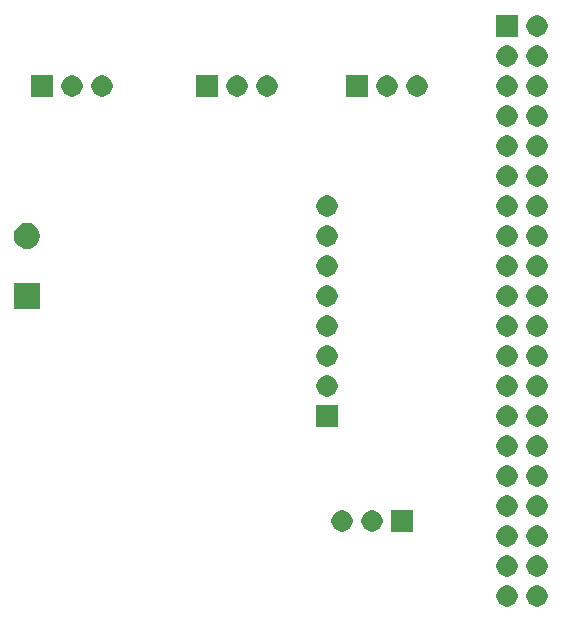
<source format=gbr>
G04 #@! TF.GenerationSoftware,KiCad,Pcbnew,(5.1.5)-3*
G04 #@! TF.CreationDate,2020-03-16T13:29:13+00:00*
G04 #@! TF.ProjectId,pcb schem,70636220-7363-4686-956d-2e6b69636164,rev?*
G04 #@! TF.SameCoordinates,Original*
G04 #@! TF.FileFunction,Soldermask,Bot*
G04 #@! TF.FilePolarity,Negative*
%FSLAX46Y46*%
G04 Gerber Fmt 4.6, Leading zero omitted, Abs format (unit mm)*
G04 Created by KiCad (PCBNEW (5.1.5)-3) date 2020-03-16 13:29:13*
%MOMM*%
%LPD*%
G04 APERTURE LIST*
%ADD10C,0.100000*%
G04 APERTURE END LIST*
D10*
G36*
X153783512Y-115943927D02*
G01*
X153932812Y-115973624D01*
X154096784Y-116041544D01*
X154244354Y-116140147D01*
X154369853Y-116265646D01*
X154468456Y-116413216D01*
X154536376Y-116577188D01*
X154571000Y-116751259D01*
X154571000Y-116928741D01*
X154536376Y-117102812D01*
X154468456Y-117266784D01*
X154369853Y-117414354D01*
X154244354Y-117539853D01*
X154096784Y-117638456D01*
X153932812Y-117706376D01*
X153783512Y-117736073D01*
X153758742Y-117741000D01*
X153581258Y-117741000D01*
X153556488Y-117736073D01*
X153407188Y-117706376D01*
X153243216Y-117638456D01*
X153095646Y-117539853D01*
X152970147Y-117414354D01*
X152871544Y-117266784D01*
X152803624Y-117102812D01*
X152769000Y-116928741D01*
X152769000Y-116751259D01*
X152803624Y-116577188D01*
X152871544Y-116413216D01*
X152970147Y-116265646D01*
X153095646Y-116140147D01*
X153243216Y-116041544D01*
X153407188Y-115973624D01*
X153556488Y-115943927D01*
X153581258Y-115939000D01*
X153758742Y-115939000D01*
X153783512Y-115943927D01*
G37*
G36*
X151243512Y-115943927D02*
G01*
X151392812Y-115973624D01*
X151556784Y-116041544D01*
X151704354Y-116140147D01*
X151829853Y-116265646D01*
X151928456Y-116413216D01*
X151996376Y-116577188D01*
X152031000Y-116751259D01*
X152031000Y-116928741D01*
X151996376Y-117102812D01*
X151928456Y-117266784D01*
X151829853Y-117414354D01*
X151704354Y-117539853D01*
X151556784Y-117638456D01*
X151392812Y-117706376D01*
X151243512Y-117736073D01*
X151218742Y-117741000D01*
X151041258Y-117741000D01*
X151016488Y-117736073D01*
X150867188Y-117706376D01*
X150703216Y-117638456D01*
X150555646Y-117539853D01*
X150430147Y-117414354D01*
X150331544Y-117266784D01*
X150263624Y-117102812D01*
X150229000Y-116928741D01*
X150229000Y-116751259D01*
X150263624Y-116577188D01*
X150331544Y-116413216D01*
X150430147Y-116265646D01*
X150555646Y-116140147D01*
X150703216Y-116041544D01*
X150867188Y-115973624D01*
X151016488Y-115943927D01*
X151041258Y-115939000D01*
X151218742Y-115939000D01*
X151243512Y-115943927D01*
G37*
G36*
X153783512Y-113403927D02*
G01*
X153932812Y-113433624D01*
X154096784Y-113501544D01*
X154244354Y-113600147D01*
X154369853Y-113725646D01*
X154468456Y-113873216D01*
X154536376Y-114037188D01*
X154571000Y-114211259D01*
X154571000Y-114388741D01*
X154536376Y-114562812D01*
X154468456Y-114726784D01*
X154369853Y-114874354D01*
X154244354Y-114999853D01*
X154096784Y-115098456D01*
X153932812Y-115166376D01*
X153783512Y-115196073D01*
X153758742Y-115201000D01*
X153581258Y-115201000D01*
X153556488Y-115196073D01*
X153407188Y-115166376D01*
X153243216Y-115098456D01*
X153095646Y-114999853D01*
X152970147Y-114874354D01*
X152871544Y-114726784D01*
X152803624Y-114562812D01*
X152769000Y-114388741D01*
X152769000Y-114211259D01*
X152803624Y-114037188D01*
X152871544Y-113873216D01*
X152970147Y-113725646D01*
X153095646Y-113600147D01*
X153243216Y-113501544D01*
X153407188Y-113433624D01*
X153556488Y-113403927D01*
X153581258Y-113399000D01*
X153758742Y-113399000D01*
X153783512Y-113403927D01*
G37*
G36*
X151243512Y-113403927D02*
G01*
X151392812Y-113433624D01*
X151556784Y-113501544D01*
X151704354Y-113600147D01*
X151829853Y-113725646D01*
X151928456Y-113873216D01*
X151996376Y-114037188D01*
X152031000Y-114211259D01*
X152031000Y-114388741D01*
X151996376Y-114562812D01*
X151928456Y-114726784D01*
X151829853Y-114874354D01*
X151704354Y-114999853D01*
X151556784Y-115098456D01*
X151392812Y-115166376D01*
X151243512Y-115196073D01*
X151218742Y-115201000D01*
X151041258Y-115201000D01*
X151016488Y-115196073D01*
X150867188Y-115166376D01*
X150703216Y-115098456D01*
X150555646Y-114999853D01*
X150430147Y-114874354D01*
X150331544Y-114726784D01*
X150263624Y-114562812D01*
X150229000Y-114388741D01*
X150229000Y-114211259D01*
X150263624Y-114037188D01*
X150331544Y-113873216D01*
X150430147Y-113725646D01*
X150555646Y-113600147D01*
X150703216Y-113501544D01*
X150867188Y-113433624D01*
X151016488Y-113403927D01*
X151041258Y-113399000D01*
X151218742Y-113399000D01*
X151243512Y-113403927D01*
G37*
G36*
X153783512Y-110863927D02*
G01*
X153932812Y-110893624D01*
X154096784Y-110961544D01*
X154244354Y-111060147D01*
X154369853Y-111185646D01*
X154468456Y-111333216D01*
X154536376Y-111497188D01*
X154571000Y-111671259D01*
X154571000Y-111848741D01*
X154536376Y-112022812D01*
X154468456Y-112186784D01*
X154369853Y-112334354D01*
X154244354Y-112459853D01*
X154096784Y-112558456D01*
X153932812Y-112626376D01*
X153783512Y-112656073D01*
X153758742Y-112661000D01*
X153581258Y-112661000D01*
X153556488Y-112656073D01*
X153407188Y-112626376D01*
X153243216Y-112558456D01*
X153095646Y-112459853D01*
X152970147Y-112334354D01*
X152871544Y-112186784D01*
X152803624Y-112022812D01*
X152769000Y-111848741D01*
X152769000Y-111671259D01*
X152803624Y-111497188D01*
X152871544Y-111333216D01*
X152970147Y-111185646D01*
X153095646Y-111060147D01*
X153243216Y-110961544D01*
X153407188Y-110893624D01*
X153556488Y-110863927D01*
X153581258Y-110859000D01*
X153758742Y-110859000D01*
X153783512Y-110863927D01*
G37*
G36*
X151243512Y-110863927D02*
G01*
X151392812Y-110893624D01*
X151556784Y-110961544D01*
X151704354Y-111060147D01*
X151829853Y-111185646D01*
X151928456Y-111333216D01*
X151996376Y-111497188D01*
X152031000Y-111671259D01*
X152031000Y-111848741D01*
X151996376Y-112022812D01*
X151928456Y-112186784D01*
X151829853Y-112334354D01*
X151704354Y-112459853D01*
X151556784Y-112558456D01*
X151392812Y-112626376D01*
X151243512Y-112656073D01*
X151218742Y-112661000D01*
X151041258Y-112661000D01*
X151016488Y-112656073D01*
X150867188Y-112626376D01*
X150703216Y-112558456D01*
X150555646Y-112459853D01*
X150430147Y-112334354D01*
X150331544Y-112186784D01*
X150263624Y-112022812D01*
X150229000Y-111848741D01*
X150229000Y-111671259D01*
X150263624Y-111497188D01*
X150331544Y-111333216D01*
X150430147Y-111185646D01*
X150555646Y-111060147D01*
X150703216Y-110961544D01*
X150867188Y-110893624D01*
X151016488Y-110863927D01*
X151041258Y-110859000D01*
X151218742Y-110859000D01*
X151243512Y-110863927D01*
G37*
G36*
X137273512Y-109593927D02*
G01*
X137422812Y-109623624D01*
X137586784Y-109691544D01*
X137734354Y-109790147D01*
X137859853Y-109915646D01*
X137958456Y-110063216D01*
X138026376Y-110227188D01*
X138061000Y-110401259D01*
X138061000Y-110578741D01*
X138026376Y-110752812D01*
X137958456Y-110916784D01*
X137859853Y-111064354D01*
X137734354Y-111189853D01*
X137586784Y-111288456D01*
X137422812Y-111356376D01*
X137273512Y-111386073D01*
X137248742Y-111391000D01*
X137071258Y-111391000D01*
X137046488Y-111386073D01*
X136897188Y-111356376D01*
X136733216Y-111288456D01*
X136585646Y-111189853D01*
X136460147Y-111064354D01*
X136361544Y-110916784D01*
X136293624Y-110752812D01*
X136259000Y-110578741D01*
X136259000Y-110401259D01*
X136293624Y-110227188D01*
X136361544Y-110063216D01*
X136460147Y-109915646D01*
X136585646Y-109790147D01*
X136733216Y-109691544D01*
X136897188Y-109623624D01*
X137046488Y-109593927D01*
X137071258Y-109589000D01*
X137248742Y-109589000D01*
X137273512Y-109593927D01*
G37*
G36*
X139813512Y-109593927D02*
G01*
X139962812Y-109623624D01*
X140126784Y-109691544D01*
X140274354Y-109790147D01*
X140399853Y-109915646D01*
X140498456Y-110063216D01*
X140566376Y-110227188D01*
X140601000Y-110401259D01*
X140601000Y-110578741D01*
X140566376Y-110752812D01*
X140498456Y-110916784D01*
X140399853Y-111064354D01*
X140274354Y-111189853D01*
X140126784Y-111288456D01*
X139962812Y-111356376D01*
X139813512Y-111386073D01*
X139788742Y-111391000D01*
X139611258Y-111391000D01*
X139586488Y-111386073D01*
X139437188Y-111356376D01*
X139273216Y-111288456D01*
X139125646Y-111189853D01*
X139000147Y-111064354D01*
X138901544Y-110916784D01*
X138833624Y-110752812D01*
X138799000Y-110578741D01*
X138799000Y-110401259D01*
X138833624Y-110227188D01*
X138901544Y-110063216D01*
X139000147Y-109915646D01*
X139125646Y-109790147D01*
X139273216Y-109691544D01*
X139437188Y-109623624D01*
X139586488Y-109593927D01*
X139611258Y-109589000D01*
X139788742Y-109589000D01*
X139813512Y-109593927D01*
G37*
G36*
X143141000Y-111391000D02*
G01*
X141339000Y-111391000D01*
X141339000Y-109589000D01*
X143141000Y-109589000D01*
X143141000Y-111391000D01*
G37*
G36*
X151243512Y-108323927D02*
G01*
X151392812Y-108353624D01*
X151556784Y-108421544D01*
X151704354Y-108520147D01*
X151829853Y-108645646D01*
X151928456Y-108793216D01*
X151996376Y-108957188D01*
X152031000Y-109131259D01*
X152031000Y-109308741D01*
X151996376Y-109482812D01*
X151928456Y-109646784D01*
X151829853Y-109794354D01*
X151704354Y-109919853D01*
X151556784Y-110018456D01*
X151392812Y-110086376D01*
X151243512Y-110116073D01*
X151218742Y-110121000D01*
X151041258Y-110121000D01*
X151016488Y-110116073D01*
X150867188Y-110086376D01*
X150703216Y-110018456D01*
X150555646Y-109919853D01*
X150430147Y-109794354D01*
X150331544Y-109646784D01*
X150263624Y-109482812D01*
X150229000Y-109308741D01*
X150229000Y-109131259D01*
X150263624Y-108957188D01*
X150331544Y-108793216D01*
X150430147Y-108645646D01*
X150555646Y-108520147D01*
X150703216Y-108421544D01*
X150867188Y-108353624D01*
X151016488Y-108323927D01*
X151041258Y-108319000D01*
X151218742Y-108319000D01*
X151243512Y-108323927D01*
G37*
G36*
X153783512Y-108323927D02*
G01*
X153932812Y-108353624D01*
X154096784Y-108421544D01*
X154244354Y-108520147D01*
X154369853Y-108645646D01*
X154468456Y-108793216D01*
X154536376Y-108957188D01*
X154571000Y-109131259D01*
X154571000Y-109308741D01*
X154536376Y-109482812D01*
X154468456Y-109646784D01*
X154369853Y-109794354D01*
X154244354Y-109919853D01*
X154096784Y-110018456D01*
X153932812Y-110086376D01*
X153783512Y-110116073D01*
X153758742Y-110121000D01*
X153581258Y-110121000D01*
X153556488Y-110116073D01*
X153407188Y-110086376D01*
X153243216Y-110018456D01*
X153095646Y-109919853D01*
X152970147Y-109794354D01*
X152871544Y-109646784D01*
X152803624Y-109482812D01*
X152769000Y-109308741D01*
X152769000Y-109131259D01*
X152803624Y-108957188D01*
X152871544Y-108793216D01*
X152970147Y-108645646D01*
X153095646Y-108520147D01*
X153243216Y-108421544D01*
X153407188Y-108353624D01*
X153556488Y-108323927D01*
X153581258Y-108319000D01*
X153758742Y-108319000D01*
X153783512Y-108323927D01*
G37*
G36*
X153783512Y-105783927D02*
G01*
X153932812Y-105813624D01*
X154096784Y-105881544D01*
X154244354Y-105980147D01*
X154369853Y-106105646D01*
X154468456Y-106253216D01*
X154536376Y-106417188D01*
X154571000Y-106591259D01*
X154571000Y-106768741D01*
X154536376Y-106942812D01*
X154468456Y-107106784D01*
X154369853Y-107254354D01*
X154244354Y-107379853D01*
X154096784Y-107478456D01*
X153932812Y-107546376D01*
X153783512Y-107576073D01*
X153758742Y-107581000D01*
X153581258Y-107581000D01*
X153556488Y-107576073D01*
X153407188Y-107546376D01*
X153243216Y-107478456D01*
X153095646Y-107379853D01*
X152970147Y-107254354D01*
X152871544Y-107106784D01*
X152803624Y-106942812D01*
X152769000Y-106768741D01*
X152769000Y-106591259D01*
X152803624Y-106417188D01*
X152871544Y-106253216D01*
X152970147Y-106105646D01*
X153095646Y-105980147D01*
X153243216Y-105881544D01*
X153407188Y-105813624D01*
X153556488Y-105783927D01*
X153581258Y-105779000D01*
X153758742Y-105779000D01*
X153783512Y-105783927D01*
G37*
G36*
X151243512Y-105783927D02*
G01*
X151392812Y-105813624D01*
X151556784Y-105881544D01*
X151704354Y-105980147D01*
X151829853Y-106105646D01*
X151928456Y-106253216D01*
X151996376Y-106417188D01*
X152031000Y-106591259D01*
X152031000Y-106768741D01*
X151996376Y-106942812D01*
X151928456Y-107106784D01*
X151829853Y-107254354D01*
X151704354Y-107379853D01*
X151556784Y-107478456D01*
X151392812Y-107546376D01*
X151243512Y-107576073D01*
X151218742Y-107581000D01*
X151041258Y-107581000D01*
X151016488Y-107576073D01*
X150867188Y-107546376D01*
X150703216Y-107478456D01*
X150555646Y-107379853D01*
X150430147Y-107254354D01*
X150331544Y-107106784D01*
X150263624Y-106942812D01*
X150229000Y-106768741D01*
X150229000Y-106591259D01*
X150263624Y-106417188D01*
X150331544Y-106253216D01*
X150430147Y-106105646D01*
X150555646Y-105980147D01*
X150703216Y-105881544D01*
X150867188Y-105813624D01*
X151016488Y-105783927D01*
X151041258Y-105779000D01*
X151218742Y-105779000D01*
X151243512Y-105783927D01*
G37*
G36*
X153783512Y-103243927D02*
G01*
X153932812Y-103273624D01*
X154096784Y-103341544D01*
X154244354Y-103440147D01*
X154369853Y-103565646D01*
X154468456Y-103713216D01*
X154536376Y-103877188D01*
X154571000Y-104051259D01*
X154571000Y-104228741D01*
X154536376Y-104402812D01*
X154468456Y-104566784D01*
X154369853Y-104714354D01*
X154244354Y-104839853D01*
X154096784Y-104938456D01*
X153932812Y-105006376D01*
X153783512Y-105036073D01*
X153758742Y-105041000D01*
X153581258Y-105041000D01*
X153556488Y-105036073D01*
X153407188Y-105006376D01*
X153243216Y-104938456D01*
X153095646Y-104839853D01*
X152970147Y-104714354D01*
X152871544Y-104566784D01*
X152803624Y-104402812D01*
X152769000Y-104228741D01*
X152769000Y-104051259D01*
X152803624Y-103877188D01*
X152871544Y-103713216D01*
X152970147Y-103565646D01*
X153095646Y-103440147D01*
X153243216Y-103341544D01*
X153407188Y-103273624D01*
X153556488Y-103243927D01*
X153581258Y-103239000D01*
X153758742Y-103239000D01*
X153783512Y-103243927D01*
G37*
G36*
X151243512Y-103243927D02*
G01*
X151392812Y-103273624D01*
X151556784Y-103341544D01*
X151704354Y-103440147D01*
X151829853Y-103565646D01*
X151928456Y-103713216D01*
X151996376Y-103877188D01*
X152031000Y-104051259D01*
X152031000Y-104228741D01*
X151996376Y-104402812D01*
X151928456Y-104566784D01*
X151829853Y-104714354D01*
X151704354Y-104839853D01*
X151556784Y-104938456D01*
X151392812Y-105006376D01*
X151243512Y-105036073D01*
X151218742Y-105041000D01*
X151041258Y-105041000D01*
X151016488Y-105036073D01*
X150867188Y-105006376D01*
X150703216Y-104938456D01*
X150555646Y-104839853D01*
X150430147Y-104714354D01*
X150331544Y-104566784D01*
X150263624Y-104402812D01*
X150229000Y-104228741D01*
X150229000Y-104051259D01*
X150263624Y-103877188D01*
X150331544Y-103713216D01*
X150430147Y-103565646D01*
X150555646Y-103440147D01*
X150703216Y-103341544D01*
X150867188Y-103273624D01*
X151016488Y-103243927D01*
X151041258Y-103239000D01*
X151218742Y-103239000D01*
X151243512Y-103243927D01*
G37*
G36*
X153783512Y-100703927D02*
G01*
X153932812Y-100733624D01*
X154096784Y-100801544D01*
X154244354Y-100900147D01*
X154369853Y-101025646D01*
X154468456Y-101173216D01*
X154536376Y-101337188D01*
X154571000Y-101511259D01*
X154571000Y-101688741D01*
X154536376Y-101862812D01*
X154468456Y-102026784D01*
X154369853Y-102174354D01*
X154244354Y-102299853D01*
X154096784Y-102398456D01*
X153932812Y-102466376D01*
X153783512Y-102496073D01*
X153758742Y-102501000D01*
X153581258Y-102501000D01*
X153556488Y-102496073D01*
X153407188Y-102466376D01*
X153243216Y-102398456D01*
X153095646Y-102299853D01*
X152970147Y-102174354D01*
X152871544Y-102026784D01*
X152803624Y-101862812D01*
X152769000Y-101688741D01*
X152769000Y-101511259D01*
X152803624Y-101337188D01*
X152871544Y-101173216D01*
X152970147Y-101025646D01*
X153095646Y-100900147D01*
X153243216Y-100801544D01*
X153407188Y-100733624D01*
X153556488Y-100703927D01*
X153581258Y-100699000D01*
X153758742Y-100699000D01*
X153783512Y-100703927D01*
G37*
G36*
X151243512Y-100703927D02*
G01*
X151392812Y-100733624D01*
X151556784Y-100801544D01*
X151704354Y-100900147D01*
X151829853Y-101025646D01*
X151928456Y-101173216D01*
X151996376Y-101337188D01*
X152031000Y-101511259D01*
X152031000Y-101688741D01*
X151996376Y-101862812D01*
X151928456Y-102026784D01*
X151829853Y-102174354D01*
X151704354Y-102299853D01*
X151556784Y-102398456D01*
X151392812Y-102466376D01*
X151243512Y-102496073D01*
X151218742Y-102501000D01*
X151041258Y-102501000D01*
X151016488Y-102496073D01*
X150867188Y-102466376D01*
X150703216Y-102398456D01*
X150555646Y-102299853D01*
X150430147Y-102174354D01*
X150331544Y-102026784D01*
X150263624Y-101862812D01*
X150229000Y-101688741D01*
X150229000Y-101511259D01*
X150263624Y-101337188D01*
X150331544Y-101173216D01*
X150430147Y-101025646D01*
X150555646Y-100900147D01*
X150703216Y-100801544D01*
X150867188Y-100733624D01*
X151016488Y-100703927D01*
X151041258Y-100699000D01*
X151218742Y-100699000D01*
X151243512Y-100703927D01*
G37*
G36*
X136791000Y-102501000D02*
G01*
X134989000Y-102501000D01*
X134989000Y-100699000D01*
X136791000Y-100699000D01*
X136791000Y-102501000D01*
G37*
G36*
X153783512Y-98163927D02*
G01*
X153932812Y-98193624D01*
X154096784Y-98261544D01*
X154244354Y-98360147D01*
X154369853Y-98485646D01*
X154468456Y-98633216D01*
X154536376Y-98797188D01*
X154571000Y-98971259D01*
X154571000Y-99148741D01*
X154536376Y-99322812D01*
X154468456Y-99486784D01*
X154369853Y-99634354D01*
X154244354Y-99759853D01*
X154096784Y-99858456D01*
X153932812Y-99926376D01*
X153783512Y-99956073D01*
X153758742Y-99961000D01*
X153581258Y-99961000D01*
X153556488Y-99956073D01*
X153407188Y-99926376D01*
X153243216Y-99858456D01*
X153095646Y-99759853D01*
X152970147Y-99634354D01*
X152871544Y-99486784D01*
X152803624Y-99322812D01*
X152769000Y-99148741D01*
X152769000Y-98971259D01*
X152803624Y-98797188D01*
X152871544Y-98633216D01*
X152970147Y-98485646D01*
X153095646Y-98360147D01*
X153243216Y-98261544D01*
X153407188Y-98193624D01*
X153556488Y-98163927D01*
X153581258Y-98159000D01*
X153758742Y-98159000D01*
X153783512Y-98163927D01*
G37*
G36*
X136003512Y-98163927D02*
G01*
X136152812Y-98193624D01*
X136316784Y-98261544D01*
X136464354Y-98360147D01*
X136589853Y-98485646D01*
X136688456Y-98633216D01*
X136756376Y-98797188D01*
X136791000Y-98971259D01*
X136791000Y-99148741D01*
X136756376Y-99322812D01*
X136688456Y-99486784D01*
X136589853Y-99634354D01*
X136464354Y-99759853D01*
X136316784Y-99858456D01*
X136152812Y-99926376D01*
X136003512Y-99956073D01*
X135978742Y-99961000D01*
X135801258Y-99961000D01*
X135776488Y-99956073D01*
X135627188Y-99926376D01*
X135463216Y-99858456D01*
X135315646Y-99759853D01*
X135190147Y-99634354D01*
X135091544Y-99486784D01*
X135023624Y-99322812D01*
X134989000Y-99148741D01*
X134989000Y-98971259D01*
X135023624Y-98797188D01*
X135091544Y-98633216D01*
X135190147Y-98485646D01*
X135315646Y-98360147D01*
X135463216Y-98261544D01*
X135627188Y-98193624D01*
X135776488Y-98163927D01*
X135801258Y-98159000D01*
X135978742Y-98159000D01*
X136003512Y-98163927D01*
G37*
G36*
X151243512Y-98163927D02*
G01*
X151392812Y-98193624D01*
X151556784Y-98261544D01*
X151704354Y-98360147D01*
X151829853Y-98485646D01*
X151928456Y-98633216D01*
X151996376Y-98797188D01*
X152031000Y-98971259D01*
X152031000Y-99148741D01*
X151996376Y-99322812D01*
X151928456Y-99486784D01*
X151829853Y-99634354D01*
X151704354Y-99759853D01*
X151556784Y-99858456D01*
X151392812Y-99926376D01*
X151243512Y-99956073D01*
X151218742Y-99961000D01*
X151041258Y-99961000D01*
X151016488Y-99956073D01*
X150867188Y-99926376D01*
X150703216Y-99858456D01*
X150555646Y-99759853D01*
X150430147Y-99634354D01*
X150331544Y-99486784D01*
X150263624Y-99322812D01*
X150229000Y-99148741D01*
X150229000Y-98971259D01*
X150263624Y-98797188D01*
X150331544Y-98633216D01*
X150430147Y-98485646D01*
X150555646Y-98360147D01*
X150703216Y-98261544D01*
X150867188Y-98193624D01*
X151016488Y-98163927D01*
X151041258Y-98159000D01*
X151218742Y-98159000D01*
X151243512Y-98163927D01*
G37*
G36*
X136003512Y-95623927D02*
G01*
X136152812Y-95653624D01*
X136316784Y-95721544D01*
X136464354Y-95820147D01*
X136589853Y-95945646D01*
X136688456Y-96093216D01*
X136756376Y-96257188D01*
X136791000Y-96431259D01*
X136791000Y-96608741D01*
X136756376Y-96782812D01*
X136688456Y-96946784D01*
X136589853Y-97094354D01*
X136464354Y-97219853D01*
X136316784Y-97318456D01*
X136152812Y-97386376D01*
X136003512Y-97416073D01*
X135978742Y-97421000D01*
X135801258Y-97421000D01*
X135776488Y-97416073D01*
X135627188Y-97386376D01*
X135463216Y-97318456D01*
X135315646Y-97219853D01*
X135190147Y-97094354D01*
X135091544Y-96946784D01*
X135023624Y-96782812D01*
X134989000Y-96608741D01*
X134989000Y-96431259D01*
X135023624Y-96257188D01*
X135091544Y-96093216D01*
X135190147Y-95945646D01*
X135315646Y-95820147D01*
X135463216Y-95721544D01*
X135627188Y-95653624D01*
X135776488Y-95623927D01*
X135801258Y-95619000D01*
X135978742Y-95619000D01*
X136003512Y-95623927D01*
G37*
G36*
X151243512Y-95623927D02*
G01*
X151392812Y-95653624D01*
X151556784Y-95721544D01*
X151704354Y-95820147D01*
X151829853Y-95945646D01*
X151928456Y-96093216D01*
X151996376Y-96257188D01*
X152031000Y-96431259D01*
X152031000Y-96608741D01*
X151996376Y-96782812D01*
X151928456Y-96946784D01*
X151829853Y-97094354D01*
X151704354Y-97219853D01*
X151556784Y-97318456D01*
X151392812Y-97386376D01*
X151243512Y-97416073D01*
X151218742Y-97421000D01*
X151041258Y-97421000D01*
X151016488Y-97416073D01*
X150867188Y-97386376D01*
X150703216Y-97318456D01*
X150555646Y-97219853D01*
X150430147Y-97094354D01*
X150331544Y-96946784D01*
X150263624Y-96782812D01*
X150229000Y-96608741D01*
X150229000Y-96431259D01*
X150263624Y-96257188D01*
X150331544Y-96093216D01*
X150430147Y-95945646D01*
X150555646Y-95820147D01*
X150703216Y-95721544D01*
X150867188Y-95653624D01*
X151016488Y-95623927D01*
X151041258Y-95619000D01*
X151218742Y-95619000D01*
X151243512Y-95623927D01*
G37*
G36*
X153783512Y-95623927D02*
G01*
X153932812Y-95653624D01*
X154096784Y-95721544D01*
X154244354Y-95820147D01*
X154369853Y-95945646D01*
X154468456Y-96093216D01*
X154536376Y-96257188D01*
X154571000Y-96431259D01*
X154571000Y-96608741D01*
X154536376Y-96782812D01*
X154468456Y-96946784D01*
X154369853Y-97094354D01*
X154244354Y-97219853D01*
X154096784Y-97318456D01*
X153932812Y-97386376D01*
X153783512Y-97416073D01*
X153758742Y-97421000D01*
X153581258Y-97421000D01*
X153556488Y-97416073D01*
X153407188Y-97386376D01*
X153243216Y-97318456D01*
X153095646Y-97219853D01*
X152970147Y-97094354D01*
X152871544Y-96946784D01*
X152803624Y-96782812D01*
X152769000Y-96608741D01*
X152769000Y-96431259D01*
X152803624Y-96257188D01*
X152871544Y-96093216D01*
X152970147Y-95945646D01*
X153095646Y-95820147D01*
X153243216Y-95721544D01*
X153407188Y-95653624D01*
X153556488Y-95623927D01*
X153581258Y-95619000D01*
X153758742Y-95619000D01*
X153783512Y-95623927D01*
G37*
G36*
X151243512Y-93083927D02*
G01*
X151392812Y-93113624D01*
X151556784Y-93181544D01*
X151704354Y-93280147D01*
X151829853Y-93405646D01*
X151928456Y-93553216D01*
X151996376Y-93717188D01*
X152031000Y-93891259D01*
X152031000Y-94068741D01*
X151996376Y-94242812D01*
X151928456Y-94406784D01*
X151829853Y-94554354D01*
X151704354Y-94679853D01*
X151556784Y-94778456D01*
X151392812Y-94846376D01*
X151243512Y-94876073D01*
X151218742Y-94881000D01*
X151041258Y-94881000D01*
X151016488Y-94876073D01*
X150867188Y-94846376D01*
X150703216Y-94778456D01*
X150555646Y-94679853D01*
X150430147Y-94554354D01*
X150331544Y-94406784D01*
X150263624Y-94242812D01*
X150229000Y-94068741D01*
X150229000Y-93891259D01*
X150263624Y-93717188D01*
X150331544Y-93553216D01*
X150430147Y-93405646D01*
X150555646Y-93280147D01*
X150703216Y-93181544D01*
X150867188Y-93113624D01*
X151016488Y-93083927D01*
X151041258Y-93079000D01*
X151218742Y-93079000D01*
X151243512Y-93083927D01*
G37*
G36*
X153783512Y-93083927D02*
G01*
X153932812Y-93113624D01*
X154096784Y-93181544D01*
X154244354Y-93280147D01*
X154369853Y-93405646D01*
X154468456Y-93553216D01*
X154536376Y-93717188D01*
X154571000Y-93891259D01*
X154571000Y-94068741D01*
X154536376Y-94242812D01*
X154468456Y-94406784D01*
X154369853Y-94554354D01*
X154244354Y-94679853D01*
X154096784Y-94778456D01*
X153932812Y-94846376D01*
X153783512Y-94876073D01*
X153758742Y-94881000D01*
X153581258Y-94881000D01*
X153556488Y-94876073D01*
X153407188Y-94846376D01*
X153243216Y-94778456D01*
X153095646Y-94679853D01*
X152970147Y-94554354D01*
X152871544Y-94406784D01*
X152803624Y-94242812D01*
X152769000Y-94068741D01*
X152769000Y-93891259D01*
X152803624Y-93717188D01*
X152871544Y-93553216D01*
X152970147Y-93405646D01*
X153095646Y-93280147D01*
X153243216Y-93181544D01*
X153407188Y-93113624D01*
X153556488Y-93083927D01*
X153581258Y-93079000D01*
X153758742Y-93079000D01*
X153783512Y-93083927D01*
G37*
G36*
X136003512Y-93083927D02*
G01*
X136152812Y-93113624D01*
X136316784Y-93181544D01*
X136464354Y-93280147D01*
X136589853Y-93405646D01*
X136688456Y-93553216D01*
X136756376Y-93717188D01*
X136791000Y-93891259D01*
X136791000Y-94068741D01*
X136756376Y-94242812D01*
X136688456Y-94406784D01*
X136589853Y-94554354D01*
X136464354Y-94679853D01*
X136316784Y-94778456D01*
X136152812Y-94846376D01*
X136003512Y-94876073D01*
X135978742Y-94881000D01*
X135801258Y-94881000D01*
X135776488Y-94876073D01*
X135627188Y-94846376D01*
X135463216Y-94778456D01*
X135315646Y-94679853D01*
X135190147Y-94554354D01*
X135091544Y-94406784D01*
X135023624Y-94242812D01*
X134989000Y-94068741D01*
X134989000Y-93891259D01*
X135023624Y-93717188D01*
X135091544Y-93553216D01*
X135190147Y-93405646D01*
X135315646Y-93280147D01*
X135463216Y-93181544D01*
X135627188Y-93113624D01*
X135776488Y-93083927D01*
X135801258Y-93079000D01*
X135978742Y-93079000D01*
X136003512Y-93083927D01*
G37*
G36*
X111591000Y-92541000D02*
G01*
X109389000Y-92541000D01*
X109389000Y-90339000D01*
X111591000Y-90339000D01*
X111591000Y-92541000D01*
G37*
G36*
X153783512Y-90543927D02*
G01*
X153932812Y-90573624D01*
X154096784Y-90641544D01*
X154244354Y-90740147D01*
X154369853Y-90865646D01*
X154468456Y-91013216D01*
X154536376Y-91177188D01*
X154571000Y-91351259D01*
X154571000Y-91528741D01*
X154536376Y-91702812D01*
X154468456Y-91866784D01*
X154369853Y-92014354D01*
X154244354Y-92139853D01*
X154096784Y-92238456D01*
X153932812Y-92306376D01*
X153783512Y-92336073D01*
X153758742Y-92341000D01*
X153581258Y-92341000D01*
X153556488Y-92336073D01*
X153407188Y-92306376D01*
X153243216Y-92238456D01*
X153095646Y-92139853D01*
X152970147Y-92014354D01*
X152871544Y-91866784D01*
X152803624Y-91702812D01*
X152769000Y-91528741D01*
X152769000Y-91351259D01*
X152803624Y-91177188D01*
X152871544Y-91013216D01*
X152970147Y-90865646D01*
X153095646Y-90740147D01*
X153243216Y-90641544D01*
X153407188Y-90573624D01*
X153556488Y-90543927D01*
X153581258Y-90539000D01*
X153758742Y-90539000D01*
X153783512Y-90543927D01*
G37*
G36*
X151243512Y-90543927D02*
G01*
X151392812Y-90573624D01*
X151556784Y-90641544D01*
X151704354Y-90740147D01*
X151829853Y-90865646D01*
X151928456Y-91013216D01*
X151996376Y-91177188D01*
X152031000Y-91351259D01*
X152031000Y-91528741D01*
X151996376Y-91702812D01*
X151928456Y-91866784D01*
X151829853Y-92014354D01*
X151704354Y-92139853D01*
X151556784Y-92238456D01*
X151392812Y-92306376D01*
X151243512Y-92336073D01*
X151218742Y-92341000D01*
X151041258Y-92341000D01*
X151016488Y-92336073D01*
X150867188Y-92306376D01*
X150703216Y-92238456D01*
X150555646Y-92139853D01*
X150430147Y-92014354D01*
X150331544Y-91866784D01*
X150263624Y-91702812D01*
X150229000Y-91528741D01*
X150229000Y-91351259D01*
X150263624Y-91177188D01*
X150331544Y-91013216D01*
X150430147Y-90865646D01*
X150555646Y-90740147D01*
X150703216Y-90641544D01*
X150867188Y-90573624D01*
X151016488Y-90543927D01*
X151041258Y-90539000D01*
X151218742Y-90539000D01*
X151243512Y-90543927D01*
G37*
G36*
X136003512Y-90543927D02*
G01*
X136152812Y-90573624D01*
X136316784Y-90641544D01*
X136464354Y-90740147D01*
X136589853Y-90865646D01*
X136688456Y-91013216D01*
X136756376Y-91177188D01*
X136791000Y-91351259D01*
X136791000Y-91528741D01*
X136756376Y-91702812D01*
X136688456Y-91866784D01*
X136589853Y-92014354D01*
X136464354Y-92139853D01*
X136316784Y-92238456D01*
X136152812Y-92306376D01*
X136003512Y-92336073D01*
X135978742Y-92341000D01*
X135801258Y-92341000D01*
X135776488Y-92336073D01*
X135627188Y-92306376D01*
X135463216Y-92238456D01*
X135315646Y-92139853D01*
X135190147Y-92014354D01*
X135091544Y-91866784D01*
X135023624Y-91702812D01*
X134989000Y-91528741D01*
X134989000Y-91351259D01*
X135023624Y-91177188D01*
X135091544Y-91013216D01*
X135190147Y-90865646D01*
X135315646Y-90740147D01*
X135463216Y-90641544D01*
X135627188Y-90573624D01*
X135776488Y-90543927D01*
X135801258Y-90539000D01*
X135978742Y-90539000D01*
X136003512Y-90543927D01*
G37*
G36*
X136003512Y-88003927D02*
G01*
X136152812Y-88033624D01*
X136316784Y-88101544D01*
X136464354Y-88200147D01*
X136589853Y-88325646D01*
X136688456Y-88473216D01*
X136756376Y-88637188D01*
X136791000Y-88811259D01*
X136791000Y-88988741D01*
X136756376Y-89162812D01*
X136688456Y-89326784D01*
X136589853Y-89474354D01*
X136464354Y-89599853D01*
X136316784Y-89698456D01*
X136152812Y-89766376D01*
X136003512Y-89796073D01*
X135978742Y-89801000D01*
X135801258Y-89801000D01*
X135776488Y-89796073D01*
X135627188Y-89766376D01*
X135463216Y-89698456D01*
X135315646Y-89599853D01*
X135190147Y-89474354D01*
X135091544Y-89326784D01*
X135023624Y-89162812D01*
X134989000Y-88988741D01*
X134989000Y-88811259D01*
X135023624Y-88637188D01*
X135091544Y-88473216D01*
X135190147Y-88325646D01*
X135315646Y-88200147D01*
X135463216Y-88101544D01*
X135627188Y-88033624D01*
X135776488Y-88003927D01*
X135801258Y-87999000D01*
X135978742Y-87999000D01*
X136003512Y-88003927D01*
G37*
G36*
X153783512Y-88003927D02*
G01*
X153932812Y-88033624D01*
X154096784Y-88101544D01*
X154244354Y-88200147D01*
X154369853Y-88325646D01*
X154468456Y-88473216D01*
X154536376Y-88637188D01*
X154571000Y-88811259D01*
X154571000Y-88988741D01*
X154536376Y-89162812D01*
X154468456Y-89326784D01*
X154369853Y-89474354D01*
X154244354Y-89599853D01*
X154096784Y-89698456D01*
X153932812Y-89766376D01*
X153783512Y-89796073D01*
X153758742Y-89801000D01*
X153581258Y-89801000D01*
X153556488Y-89796073D01*
X153407188Y-89766376D01*
X153243216Y-89698456D01*
X153095646Y-89599853D01*
X152970147Y-89474354D01*
X152871544Y-89326784D01*
X152803624Y-89162812D01*
X152769000Y-88988741D01*
X152769000Y-88811259D01*
X152803624Y-88637188D01*
X152871544Y-88473216D01*
X152970147Y-88325646D01*
X153095646Y-88200147D01*
X153243216Y-88101544D01*
X153407188Y-88033624D01*
X153556488Y-88003927D01*
X153581258Y-87999000D01*
X153758742Y-87999000D01*
X153783512Y-88003927D01*
G37*
G36*
X151243512Y-88003927D02*
G01*
X151392812Y-88033624D01*
X151556784Y-88101544D01*
X151704354Y-88200147D01*
X151829853Y-88325646D01*
X151928456Y-88473216D01*
X151996376Y-88637188D01*
X152031000Y-88811259D01*
X152031000Y-88988741D01*
X151996376Y-89162812D01*
X151928456Y-89326784D01*
X151829853Y-89474354D01*
X151704354Y-89599853D01*
X151556784Y-89698456D01*
X151392812Y-89766376D01*
X151243512Y-89796073D01*
X151218742Y-89801000D01*
X151041258Y-89801000D01*
X151016488Y-89796073D01*
X150867188Y-89766376D01*
X150703216Y-89698456D01*
X150555646Y-89599853D01*
X150430147Y-89474354D01*
X150331544Y-89326784D01*
X150263624Y-89162812D01*
X150229000Y-88988741D01*
X150229000Y-88811259D01*
X150263624Y-88637188D01*
X150331544Y-88473216D01*
X150430147Y-88325646D01*
X150555646Y-88200147D01*
X150703216Y-88101544D01*
X150867188Y-88033624D01*
X151016488Y-88003927D01*
X151041258Y-87999000D01*
X151218742Y-87999000D01*
X151243512Y-88003927D01*
G37*
G36*
X110704794Y-85280155D02*
G01*
X110811150Y-85301311D01*
X111011520Y-85384307D01*
X111191844Y-85504795D01*
X111345205Y-85658156D01*
X111465693Y-85838480D01*
X111548689Y-86038851D01*
X111591000Y-86251560D01*
X111591000Y-86468440D01*
X111548689Y-86681149D01*
X111465693Y-86881520D01*
X111345205Y-87061844D01*
X111191844Y-87215205D01*
X111011520Y-87335693D01*
X110911334Y-87377191D01*
X110811150Y-87418689D01*
X110704794Y-87439845D01*
X110598440Y-87461000D01*
X110381560Y-87461000D01*
X110275205Y-87439844D01*
X110168850Y-87418689D01*
X109968480Y-87335693D01*
X109788156Y-87215205D01*
X109634795Y-87061844D01*
X109514307Y-86881520D01*
X109431311Y-86681149D01*
X109389000Y-86468440D01*
X109389000Y-86251560D01*
X109431311Y-86038851D01*
X109514307Y-85838480D01*
X109634795Y-85658156D01*
X109788156Y-85504795D01*
X109968480Y-85384307D01*
X110168850Y-85301311D01*
X110275206Y-85280155D01*
X110381560Y-85259000D01*
X110598440Y-85259000D01*
X110704794Y-85280155D01*
G37*
G36*
X153783512Y-85463927D02*
G01*
X153932812Y-85493624D01*
X154096784Y-85561544D01*
X154244354Y-85660147D01*
X154369853Y-85785646D01*
X154468456Y-85933216D01*
X154536376Y-86097188D01*
X154571000Y-86271259D01*
X154571000Y-86448741D01*
X154536376Y-86622812D01*
X154468456Y-86786784D01*
X154369853Y-86934354D01*
X154244354Y-87059853D01*
X154096784Y-87158456D01*
X153932812Y-87226376D01*
X153783512Y-87256073D01*
X153758742Y-87261000D01*
X153581258Y-87261000D01*
X153556488Y-87256073D01*
X153407188Y-87226376D01*
X153243216Y-87158456D01*
X153095646Y-87059853D01*
X152970147Y-86934354D01*
X152871544Y-86786784D01*
X152803624Y-86622812D01*
X152769000Y-86448741D01*
X152769000Y-86271259D01*
X152803624Y-86097188D01*
X152871544Y-85933216D01*
X152970147Y-85785646D01*
X153095646Y-85660147D01*
X153243216Y-85561544D01*
X153407188Y-85493624D01*
X153556488Y-85463927D01*
X153581258Y-85459000D01*
X153758742Y-85459000D01*
X153783512Y-85463927D01*
G37*
G36*
X151243512Y-85463927D02*
G01*
X151392812Y-85493624D01*
X151556784Y-85561544D01*
X151704354Y-85660147D01*
X151829853Y-85785646D01*
X151928456Y-85933216D01*
X151996376Y-86097188D01*
X152031000Y-86271259D01*
X152031000Y-86448741D01*
X151996376Y-86622812D01*
X151928456Y-86786784D01*
X151829853Y-86934354D01*
X151704354Y-87059853D01*
X151556784Y-87158456D01*
X151392812Y-87226376D01*
X151243512Y-87256073D01*
X151218742Y-87261000D01*
X151041258Y-87261000D01*
X151016488Y-87256073D01*
X150867188Y-87226376D01*
X150703216Y-87158456D01*
X150555646Y-87059853D01*
X150430147Y-86934354D01*
X150331544Y-86786784D01*
X150263624Y-86622812D01*
X150229000Y-86448741D01*
X150229000Y-86271259D01*
X150263624Y-86097188D01*
X150331544Y-85933216D01*
X150430147Y-85785646D01*
X150555646Y-85660147D01*
X150703216Y-85561544D01*
X150867188Y-85493624D01*
X151016488Y-85463927D01*
X151041258Y-85459000D01*
X151218742Y-85459000D01*
X151243512Y-85463927D01*
G37*
G36*
X136003512Y-85463927D02*
G01*
X136152812Y-85493624D01*
X136316784Y-85561544D01*
X136464354Y-85660147D01*
X136589853Y-85785646D01*
X136688456Y-85933216D01*
X136756376Y-86097188D01*
X136791000Y-86271259D01*
X136791000Y-86448741D01*
X136756376Y-86622812D01*
X136688456Y-86786784D01*
X136589853Y-86934354D01*
X136464354Y-87059853D01*
X136316784Y-87158456D01*
X136152812Y-87226376D01*
X136003512Y-87256073D01*
X135978742Y-87261000D01*
X135801258Y-87261000D01*
X135776488Y-87256073D01*
X135627188Y-87226376D01*
X135463216Y-87158456D01*
X135315646Y-87059853D01*
X135190147Y-86934354D01*
X135091544Y-86786784D01*
X135023624Y-86622812D01*
X134989000Y-86448741D01*
X134989000Y-86271259D01*
X135023624Y-86097188D01*
X135091544Y-85933216D01*
X135190147Y-85785646D01*
X135315646Y-85660147D01*
X135463216Y-85561544D01*
X135627188Y-85493624D01*
X135776488Y-85463927D01*
X135801258Y-85459000D01*
X135978742Y-85459000D01*
X136003512Y-85463927D01*
G37*
G36*
X153783512Y-82923927D02*
G01*
X153932812Y-82953624D01*
X154096784Y-83021544D01*
X154244354Y-83120147D01*
X154369853Y-83245646D01*
X154468456Y-83393216D01*
X154536376Y-83557188D01*
X154571000Y-83731259D01*
X154571000Y-83908741D01*
X154536376Y-84082812D01*
X154468456Y-84246784D01*
X154369853Y-84394354D01*
X154244354Y-84519853D01*
X154096784Y-84618456D01*
X153932812Y-84686376D01*
X153783512Y-84716073D01*
X153758742Y-84721000D01*
X153581258Y-84721000D01*
X153556488Y-84716073D01*
X153407188Y-84686376D01*
X153243216Y-84618456D01*
X153095646Y-84519853D01*
X152970147Y-84394354D01*
X152871544Y-84246784D01*
X152803624Y-84082812D01*
X152769000Y-83908741D01*
X152769000Y-83731259D01*
X152803624Y-83557188D01*
X152871544Y-83393216D01*
X152970147Y-83245646D01*
X153095646Y-83120147D01*
X153243216Y-83021544D01*
X153407188Y-82953624D01*
X153556488Y-82923927D01*
X153581258Y-82919000D01*
X153758742Y-82919000D01*
X153783512Y-82923927D01*
G37*
G36*
X136003512Y-82923927D02*
G01*
X136152812Y-82953624D01*
X136316784Y-83021544D01*
X136464354Y-83120147D01*
X136589853Y-83245646D01*
X136688456Y-83393216D01*
X136756376Y-83557188D01*
X136791000Y-83731259D01*
X136791000Y-83908741D01*
X136756376Y-84082812D01*
X136688456Y-84246784D01*
X136589853Y-84394354D01*
X136464354Y-84519853D01*
X136316784Y-84618456D01*
X136152812Y-84686376D01*
X136003512Y-84716073D01*
X135978742Y-84721000D01*
X135801258Y-84721000D01*
X135776488Y-84716073D01*
X135627188Y-84686376D01*
X135463216Y-84618456D01*
X135315646Y-84519853D01*
X135190147Y-84394354D01*
X135091544Y-84246784D01*
X135023624Y-84082812D01*
X134989000Y-83908741D01*
X134989000Y-83731259D01*
X135023624Y-83557188D01*
X135091544Y-83393216D01*
X135190147Y-83245646D01*
X135315646Y-83120147D01*
X135463216Y-83021544D01*
X135627188Y-82953624D01*
X135776488Y-82923927D01*
X135801258Y-82919000D01*
X135978742Y-82919000D01*
X136003512Y-82923927D01*
G37*
G36*
X151243512Y-82923927D02*
G01*
X151392812Y-82953624D01*
X151556784Y-83021544D01*
X151704354Y-83120147D01*
X151829853Y-83245646D01*
X151928456Y-83393216D01*
X151996376Y-83557188D01*
X152031000Y-83731259D01*
X152031000Y-83908741D01*
X151996376Y-84082812D01*
X151928456Y-84246784D01*
X151829853Y-84394354D01*
X151704354Y-84519853D01*
X151556784Y-84618456D01*
X151392812Y-84686376D01*
X151243512Y-84716073D01*
X151218742Y-84721000D01*
X151041258Y-84721000D01*
X151016488Y-84716073D01*
X150867188Y-84686376D01*
X150703216Y-84618456D01*
X150555646Y-84519853D01*
X150430147Y-84394354D01*
X150331544Y-84246784D01*
X150263624Y-84082812D01*
X150229000Y-83908741D01*
X150229000Y-83731259D01*
X150263624Y-83557188D01*
X150331544Y-83393216D01*
X150430147Y-83245646D01*
X150555646Y-83120147D01*
X150703216Y-83021544D01*
X150867188Y-82953624D01*
X151016488Y-82923927D01*
X151041258Y-82919000D01*
X151218742Y-82919000D01*
X151243512Y-82923927D01*
G37*
G36*
X151243512Y-80383927D02*
G01*
X151392812Y-80413624D01*
X151556784Y-80481544D01*
X151704354Y-80580147D01*
X151829853Y-80705646D01*
X151928456Y-80853216D01*
X151996376Y-81017188D01*
X152031000Y-81191259D01*
X152031000Y-81368741D01*
X151996376Y-81542812D01*
X151928456Y-81706784D01*
X151829853Y-81854354D01*
X151704354Y-81979853D01*
X151556784Y-82078456D01*
X151392812Y-82146376D01*
X151243512Y-82176073D01*
X151218742Y-82181000D01*
X151041258Y-82181000D01*
X151016488Y-82176073D01*
X150867188Y-82146376D01*
X150703216Y-82078456D01*
X150555646Y-81979853D01*
X150430147Y-81854354D01*
X150331544Y-81706784D01*
X150263624Y-81542812D01*
X150229000Y-81368741D01*
X150229000Y-81191259D01*
X150263624Y-81017188D01*
X150331544Y-80853216D01*
X150430147Y-80705646D01*
X150555646Y-80580147D01*
X150703216Y-80481544D01*
X150867188Y-80413624D01*
X151016488Y-80383927D01*
X151041258Y-80379000D01*
X151218742Y-80379000D01*
X151243512Y-80383927D01*
G37*
G36*
X153783512Y-80383927D02*
G01*
X153932812Y-80413624D01*
X154096784Y-80481544D01*
X154244354Y-80580147D01*
X154369853Y-80705646D01*
X154468456Y-80853216D01*
X154536376Y-81017188D01*
X154571000Y-81191259D01*
X154571000Y-81368741D01*
X154536376Y-81542812D01*
X154468456Y-81706784D01*
X154369853Y-81854354D01*
X154244354Y-81979853D01*
X154096784Y-82078456D01*
X153932812Y-82146376D01*
X153783512Y-82176073D01*
X153758742Y-82181000D01*
X153581258Y-82181000D01*
X153556488Y-82176073D01*
X153407188Y-82146376D01*
X153243216Y-82078456D01*
X153095646Y-81979853D01*
X152970147Y-81854354D01*
X152871544Y-81706784D01*
X152803624Y-81542812D01*
X152769000Y-81368741D01*
X152769000Y-81191259D01*
X152803624Y-81017188D01*
X152871544Y-80853216D01*
X152970147Y-80705646D01*
X153095646Y-80580147D01*
X153243216Y-80481544D01*
X153407188Y-80413624D01*
X153556488Y-80383927D01*
X153581258Y-80379000D01*
X153758742Y-80379000D01*
X153783512Y-80383927D01*
G37*
G36*
X153783512Y-77843927D02*
G01*
X153932812Y-77873624D01*
X154096784Y-77941544D01*
X154244354Y-78040147D01*
X154369853Y-78165646D01*
X154468456Y-78313216D01*
X154536376Y-78477188D01*
X154571000Y-78651259D01*
X154571000Y-78828741D01*
X154536376Y-79002812D01*
X154468456Y-79166784D01*
X154369853Y-79314354D01*
X154244354Y-79439853D01*
X154096784Y-79538456D01*
X153932812Y-79606376D01*
X153783512Y-79636073D01*
X153758742Y-79641000D01*
X153581258Y-79641000D01*
X153556488Y-79636073D01*
X153407188Y-79606376D01*
X153243216Y-79538456D01*
X153095646Y-79439853D01*
X152970147Y-79314354D01*
X152871544Y-79166784D01*
X152803624Y-79002812D01*
X152769000Y-78828741D01*
X152769000Y-78651259D01*
X152803624Y-78477188D01*
X152871544Y-78313216D01*
X152970147Y-78165646D01*
X153095646Y-78040147D01*
X153243216Y-77941544D01*
X153407188Y-77873624D01*
X153556488Y-77843927D01*
X153581258Y-77839000D01*
X153758742Y-77839000D01*
X153783512Y-77843927D01*
G37*
G36*
X151243512Y-77843927D02*
G01*
X151392812Y-77873624D01*
X151556784Y-77941544D01*
X151704354Y-78040147D01*
X151829853Y-78165646D01*
X151928456Y-78313216D01*
X151996376Y-78477188D01*
X152031000Y-78651259D01*
X152031000Y-78828741D01*
X151996376Y-79002812D01*
X151928456Y-79166784D01*
X151829853Y-79314354D01*
X151704354Y-79439853D01*
X151556784Y-79538456D01*
X151392812Y-79606376D01*
X151243512Y-79636073D01*
X151218742Y-79641000D01*
X151041258Y-79641000D01*
X151016488Y-79636073D01*
X150867188Y-79606376D01*
X150703216Y-79538456D01*
X150555646Y-79439853D01*
X150430147Y-79314354D01*
X150331544Y-79166784D01*
X150263624Y-79002812D01*
X150229000Y-78828741D01*
X150229000Y-78651259D01*
X150263624Y-78477188D01*
X150331544Y-78313216D01*
X150430147Y-78165646D01*
X150555646Y-78040147D01*
X150703216Y-77941544D01*
X150867188Y-77873624D01*
X151016488Y-77843927D01*
X151041258Y-77839000D01*
X151218742Y-77839000D01*
X151243512Y-77843927D01*
G37*
G36*
X153783512Y-75303927D02*
G01*
X153932812Y-75333624D01*
X154096784Y-75401544D01*
X154244354Y-75500147D01*
X154369853Y-75625646D01*
X154468456Y-75773216D01*
X154536376Y-75937188D01*
X154571000Y-76111259D01*
X154571000Y-76288741D01*
X154536376Y-76462812D01*
X154468456Y-76626784D01*
X154369853Y-76774354D01*
X154244354Y-76899853D01*
X154096784Y-76998456D01*
X153932812Y-77066376D01*
X153783512Y-77096073D01*
X153758742Y-77101000D01*
X153581258Y-77101000D01*
X153556488Y-77096073D01*
X153407188Y-77066376D01*
X153243216Y-76998456D01*
X153095646Y-76899853D01*
X152970147Y-76774354D01*
X152871544Y-76626784D01*
X152803624Y-76462812D01*
X152769000Y-76288741D01*
X152769000Y-76111259D01*
X152803624Y-75937188D01*
X152871544Y-75773216D01*
X152970147Y-75625646D01*
X153095646Y-75500147D01*
X153243216Y-75401544D01*
X153407188Y-75333624D01*
X153556488Y-75303927D01*
X153581258Y-75299000D01*
X153758742Y-75299000D01*
X153783512Y-75303927D01*
G37*
G36*
X151243512Y-75303927D02*
G01*
X151392812Y-75333624D01*
X151556784Y-75401544D01*
X151704354Y-75500147D01*
X151829853Y-75625646D01*
X151928456Y-75773216D01*
X151996376Y-75937188D01*
X152031000Y-76111259D01*
X152031000Y-76288741D01*
X151996376Y-76462812D01*
X151928456Y-76626784D01*
X151829853Y-76774354D01*
X151704354Y-76899853D01*
X151556784Y-76998456D01*
X151392812Y-77066376D01*
X151243512Y-77096073D01*
X151218742Y-77101000D01*
X151041258Y-77101000D01*
X151016488Y-77096073D01*
X150867188Y-77066376D01*
X150703216Y-76998456D01*
X150555646Y-76899853D01*
X150430147Y-76774354D01*
X150331544Y-76626784D01*
X150263624Y-76462812D01*
X150229000Y-76288741D01*
X150229000Y-76111259D01*
X150263624Y-75937188D01*
X150331544Y-75773216D01*
X150430147Y-75625646D01*
X150555646Y-75500147D01*
X150703216Y-75401544D01*
X150867188Y-75333624D01*
X151016488Y-75303927D01*
X151041258Y-75299000D01*
X151218742Y-75299000D01*
X151243512Y-75303927D01*
G37*
G36*
X153783512Y-72763927D02*
G01*
X153932812Y-72793624D01*
X154096784Y-72861544D01*
X154244354Y-72960147D01*
X154369853Y-73085646D01*
X154468456Y-73233216D01*
X154536376Y-73397188D01*
X154571000Y-73571259D01*
X154571000Y-73748741D01*
X154536376Y-73922812D01*
X154468456Y-74086784D01*
X154369853Y-74234354D01*
X154244354Y-74359853D01*
X154096784Y-74458456D01*
X153932812Y-74526376D01*
X153783512Y-74556073D01*
X153758742Y-74561000D01*
X153581258Y-74561000D01*
X153556488Y-74556073D01*
X153407188Y-74526376D01*
X153243216Y-74458456D01*
X153095646Y-74359853D01*
X152970147Y-74234354D01*
X152871544Y-74086784D01*
X152803624Y-73922812D01*
X152769000Y-73748741D01*
X152769000Y-73571259D01*
X152803624Y-73397188D01*
X152871544Y-73233216D01*
X152970147Y-73085646D01*
X153095646Y-72960147D01*
X153243216Y-72861544D01*
X153407188Y-72793624D01*
X153556488Y-72763927D01*
X153581258Y-72759000D01*
X153758742Y-72759000D01*
X153783512Y-72763927D01*
G37*
G36*
X116953512Y-72763927D02*
G01*
X117102812Y-72793624D01*
X117266784Y-72861544D01*
X117414354Y-72960147D01*
X117539853Y-73085646D01*
X117638456Y-73233216D01*
X117706376Y-73397188D01*
X117741000Y-73571259D01*
X117741000Y-73748741D01*
X117706376Y-73922812D01*
X117638456Y-74086784D01*
X117539853Y-74234354D01*
X117414354Y-74359853D01*
X117266784Y-74458456D01*
X117102812Y-74526376D01*
X116953512Y-74556073D01*
X116928742Y-74561000D01*
X116751258Y-74561000D01*
X116726488Y-74556073D01*
X116577188Y-74526376D01*
X116413216Y-74458456D01*
X116265646Y-74359853D01*
X116140147Y-74234354D01*
X116041544Y-74086784D01*
X115973624Y-73922812D01*
X115939000Y-73748741D01*
X115939000Y-73571259D01*
X115973624Y-73397188D01*
X116041544Y-73233216D01*
X116140147Y-73085646D01*
X116265646Y-72960147D01*
X116413216Y-72861544D01*
X116577188Y-72793624D01*
X116726488Y-72763927D01*
X116751258Y-72759000D01*
X116928742Y-72759000D01*
X116953512Y-72763927D01*
G37*
G36*
X126631000Y-74561000D02*
G01*
X124829000Y-74561000D01*
X124829000Y-72759000D01*
X126631000Y-72759000D01*
X126631000Y-74561000D01*
G37*
G36*
X128383512Y-72763927D02*
G01*
X128532812Y-72793624D01*
X128696784Y-72861544D01*
X128844354Y-72960147D01*
X128969853Y-73085646D01*
X129068456Y-73233216D01*
X129136376Y-73397188D01*
X129171000Y-73571259D01*
X129171000Y-73748741D01*
X129136376Y-73922812D01*
X129068456Y-74086784D01*
X128969853Y-74234354D01*
X128844354Y-74359853D01*
X128696784Y-74458456D01*
X128532812Y-74526376D01*
X128383512Y-74556073D01*
X128358742Y-74561000D01*
X128181258Y-74561000D01*
X128156488Y-74556073D01*
X128007188Y-74526376D01*
X127843216Y-74458456D01*
X127695646Y-74359853D01*
X127570147Y-74234354D01*
X127471544Y-74086784D01*
X127403624Y-73922812D01*
X127369000Y-73748741D01*
X127369000Y-73571259D01*
X127403624Y-73397188D01*
X127471544Y-73233216D01*
X127570147Y-73085646D01*
X127695646Y-72960147D01*
X127843216Y-72861544D01*
X128007188Y-72793624D01*
X128156488Y-72763927D01*
X128181258Y-72759000D01*
X128358742Y-72759000D01*
X128383512Y-72763927D01*
G37*
G36*
X130923512Y-72763927D02*
G01*
X131072812Y-72793624D01*
X131236784Y-72861544D01*
X131384354Y-72960147D01*
X131509853Y-73085646D01*
X131608456Y-73233216D01*
X131676376Y-73397188D01*
X131711000Y-73571259D01*
X131711000Y-73748741D01*
X131676376Y-73922812D01*
X131608456Y-74086784D01*
X131509853Y-74234354D01*
X131384354Y-74359853D01*
X131236784Y-74458456D01*
X131072812Y-74526376D01*
X130923512Y-74556073D01*
X130898742Y-74561000D01*
X130721258Y-74561000D01*
X130696488Y-74556073D01*
X130547188Y-74526376D01*
X130383216Y-74458456D01*
X130235646Y-74359853D01*
X130110147Y-74234354D01*
X130011544Y-74086784D01*
X129943624Y-73922812D01*
X129909000Y-73748741D01*
X129909000Y-73571259D01*
X129943624Y-73397188D01*
X130011544Y-73233216D01*
X130110147Y-73085646D01*
X130235646Y-72960147D01*
X130383216Y-72861544D01*
X130547188Y-72793624D01*
X130696488Y-72763927D01*
X130721258Y-72759000D01*
X130898742Y-72759000D01*
X130923512Y-72763927D01*
G37*
G36*
X139331000Y-74561000D02*
G01*
X137529000Y-74561000D01*
X137529000Y-72759000D01*
X139331000Y-72759000D01*
X139331000Y-74561000D01*
G37*
G36*
X141083512Y-72763927D02*
G01*
X141232812Y-72793624D01*
X141396784Y-72861544D01*
X141544354Y-72960147D01*
X141669853Y-73085646D01*
X141768456Y-73233216D01*
X141836376Y-73397188D01*
X141871000Y-73571259D01*
X141871000Y-73748741D01*
X141836376Y-73922812D01*
X141768456Y-74086784D01*
X141669853Y-74234354D01*
X141544354Y-74359853D01*
X141396784Y-74458456D01*
X141232812Y-74526376D01*
X141083512Y-74556073D01*
X141058742Y-74561000D01*
X140881258Y-74561000D01*
X140856488Y-74556073D01*
X140707188Y-74526376D01*
X140543216Y-74458456D01*
X140395646Y-74359853D01*
X140270147Y-74234354D01*
X140171544Y-74086784D01*
X140103624Y-73922812D01*
X140069000Y-73748741D01*
X140069000Y-73571259D01*
X140103624Y-73397188D01*
X140171544Y-73233216D01*
X140270147Y-73085646D01*
X140395646Y-72960147D01*
X140543216Y-72861544D01*
X140707188Y-72793624D01*
X140856488Y-72763927D01*
X140881258Y-72759000D01*
X141058742Y-72759000D01*
X141083512Y-72763927D01*
G37*
G36*
X112661000Y-74561000D02*
G01*
X110859000Y-74561000D01*
X110859000Y-72759000D01*
X112661000Y-72759000D01*
X112661000Y-74561000D01*
G37*
G36*
X143623512Y-72763927D02*
G01*
X143772812Y-72793624D01*
X143936784Y-72861544D01*
X144084354Y-72960147D01*
X144209853Y-73085646D01*
X144308456Y-73233216D01*
X144376376Y-73397188D01*
X144411000Y-73571259D01*
X144411000Y-73748741D01*
X144376376Y-73922812D01*
X144308456Y-74086784D01*
X144209853Y-74234354D01*
X144084354Y-74359853D01*
X143936784Y-74458456D01*
X143772812Y-74526376D01*
X143623512Y-74556073D01*
X143598742Y-74561000D01*
X143421258Y-74561000D01*
X143396488Y-74556073D01*
X143247188Y-74526376D01*
X143083216Y-74458456D01*
X142935646Y-74359853D01*
X142810147Y-74234354D01*
X142711544Y-74086784D01*
X142643624Y-73922812D01*
X142609000Y-73748741D01*
X142609000Y-73571259D01*
X142643624Y-73397188D01*
X142711544Y-73233216D01*
X142810147Y-73085646D01*
X142935646Y-72960147D01*
X143083216Y-72861544D01*
X143247188Y-72793624D01*
X143396488Y-72763927D01*
X143421258Y-72759000D01*
X143598742Y-72759000D01*
X143623512Y-72763927D01*
G37*
G36*
X114413512Y-72763927D02*
G01*
X114562812Y-72793624D01*
X114726784Y-72861544D01*
X114874354Y-72960147D01*
X114999853Y-73085646D01*
X115098456Y-73233216D01*
X115166376Y-73397188D01*
X115201000Y-73571259D01*
X115201000Y-73748741D01*
X115166376Y-73922812D01*
X115098456Y-74086784D01*
X114999853Y-74234354D01*
X114874354Y-74359853D01*
X114726784Y-74458456D01*
X114562812Y-74526376D01*
X114413512Y-74556073D01*
X114388742Y-74561000D01*
X114211258Y-74561000D01*
X114186488Y-74556073D01*
X114037188Y-74526376D01*
X113873216Y-74458456D01*
X113725646Y-74359853D01*
X113600147Y-74234354D01*
X113501544Y-74086784D01*
X113433624Y-73922812D01*
X113399000Y-73748741D01*
X113399000Y-73571259D01*
X113433624Y-73397188D01*
X113501544Y-73233216D01*
X113600147Y-73085646D01*
X113725646Y-72960147D01*
X113873216Y-72861544D01*
X114037188Y-72793624D01*
X114186488Y-72763927D01*
X114211258Y-72759000D01*
X114388742Y-72759000D01*
X114413512Y-72763927D01*
G37*
G36*
X151243512Y-72763927D02*
G01*
X151392812Y-72793624D01*
X151556784Y-72861544D01*
X151704354Y-72960147D01*
X151829853Y-73085646D01*
X151928456Y-73233216D01*
X151996376Y-73397188D01*
X152031000Y-73571259D01*
X152031000Y-73748741D01*
X151996376Y-73922812D01*
X151928456Y-74086784D01*
X151829853Y-74234354D01*
X151704354Y-74359853D01*
X151556784Y-74458456D01*
X151392812Y-74526376D01*
X151243512Y-74556073D01*
X151218742Y-74561000D01*
X151041258Y-74561000D01*
X151016488Y-74556073D01*
X150867188Y-74526376D01*
X150703216Y-74458456D01*
X150555646Y-74359853D01*
X150430147Y-74234354D01*
X150331544Y-74086784D01*
X150263624Y-73922812D01*
X150229000Y-73748741D01*
X150229000Y-73571259D01*
X150263624Y-73397188D01*
X150331544Y-73233216D01*
X150430147Y-73085646D01*
X150555646Y-72960147D01*
X150703216Y-72861544D01*
X150867188Y-72793624D01*
X151016488Y-72763927D01*
X151041258Y-72759000D01*
X151218742Y-72759000D01*
X151243512Y-72763927D01*
G37*
G36*
X153783512Y-70223927D02*
G01*
X153932812Y-70253624D01*
X154096784Y-70321544D01*
X154244354Y-70420147D01*
X154369853Y-70545646D01*
X154468456Y-70693216D01*
X154536376Y-70857188D01*
X154571000Y-71031259D01*
X154571000Y-71208741D01*
X154536376Y-71382812D01*
X154468456Y-71546784D01*
X154369853Y-71694354D01*
X154244354Y-71819853D01*
X154096784Y-71918456D01*
X153932812Y-71986376D01*
X153783512Y-72016073D01*
X153758742Y-72021000D01*
X153581258Y-72021000D01*
X153556488Y-72016073D01*
X153407188Y-71986376D01*
X153243216Y-71918456D01*
X153095646Y-71819853D01*
X152970147Y-71694354D01*
X152871544Y-71546784D01*
X152803624Y-71382812D01*
X152769000Y-71208741D01*
X152769000Y-71031259D01*
X152803624Y-70857188D01*
X152871544Y-70693216D01*
X152970147Y-70545646D01*
X153095646Y-70420147D01*
X153243216Y-70321544D01*
X153407188Y-70253624D01*
X153556488Y-70223927D01*
X153581258Y-70219000D01*
X153758742Y-70219000D01*
X153783512Y-70223927D01*
G37*
G36*
X151243512Y-70223927D02*
G01*
X151392812Y-70253624D01*
X151556784Y-70321544D01*
X151704354Y-70420147D01*
X151829853Y-70545646D01*
X151928456Y-70693216D01*
X151996376Y-70857188D01*
X152031000Y-71031259D01*
X152031000Y-71208741D01*
X151996376Y-71382812D01*
X151928456Y-71546784D01*
X151829853Y-71694354D01*
X151704354Y-71819853D01*
X151556784Y-71918456D01*
X151392812Y-71986376D01*
X151243512Y-72016073D01*
X151218742Y-72021000D01*
X151041258Y-72021000D01*
X151016488Y-72016073D01*
X150867188Y-71986376D01*
X150703216Y-71918456D01*
X150555646Y-71819853D01*
X150430147Y-71694354D01*
X150331544Y-71546784D01*
X150263624Y-71382812D01*
X150229000Y-71208741D01*
X150229000Y-71031259D01*
X150263624Y-70857188D01*
X150331544Y-70693216D01*
X150430147Y-70545646D01*
X150555646Y-70420147D01*
X150703216Y-70321544D01*
X150867188Y-70253624D01*
X151016488Y-70223927D01*
X151041258Y-70219000D01*
X151218742Y-70219000D01*
X151243512Y-70223927D01*
G37*
G36*
X152031000Y-69481000D02*
G01*
X150229000Y-69481000D01*
X150229000Y-67679000D01*
X152031000Y-67679000D01*
X152031000Y-69481000D01*
G37*
G36*
X153783512Y-67683927D02*
G01*
X153932812Y-67713624D01*
X154096784Y-67781544D01*
X154244354Y-67880147D01*
X154369853Y-68005646D01*
X154468456Y-68153216D01*
X154536376Y-68317188D01*
X154571000Y-68491259D01*
X154571000Y-68668741D01*
X154536376Y-68842812D01*
X154468456Y-69006784D01*
X154369853Y-69154354D01*
X154244354Y-69279853D01*
X154096784Y-69378456D01*
X153932812Y-69446376D01*
X153783512Y-69476073D01*
X153758742Y-69481000D01*
X153581258Y-69481000D01*
X153556488Y-69476073D01*
X153407188Y-69446376D01*
X153243216Y-69378456D01*
X153095646Y-69279853D01*
X152970147Y-69154354D01*
X152871544Y-69006784D01*
X152803624Y-68842812D01*
X152769000Y-68668741D01*
X152769000Y-68491259D01*
X152803624Y-68317188D01*
X152871544Y-68153216D01*
X152970147Y-68005646D01*
X153095646Y-67880147D01*
X153243216Y-67781544D01*
X153407188Y-67713624D01*
X153556488Y-67683927D01*
X153581258Y-67679000D01*
X153758742Y-67679000D01*
X153783512Y-67683927D01*
G37*
M02*

</source>
